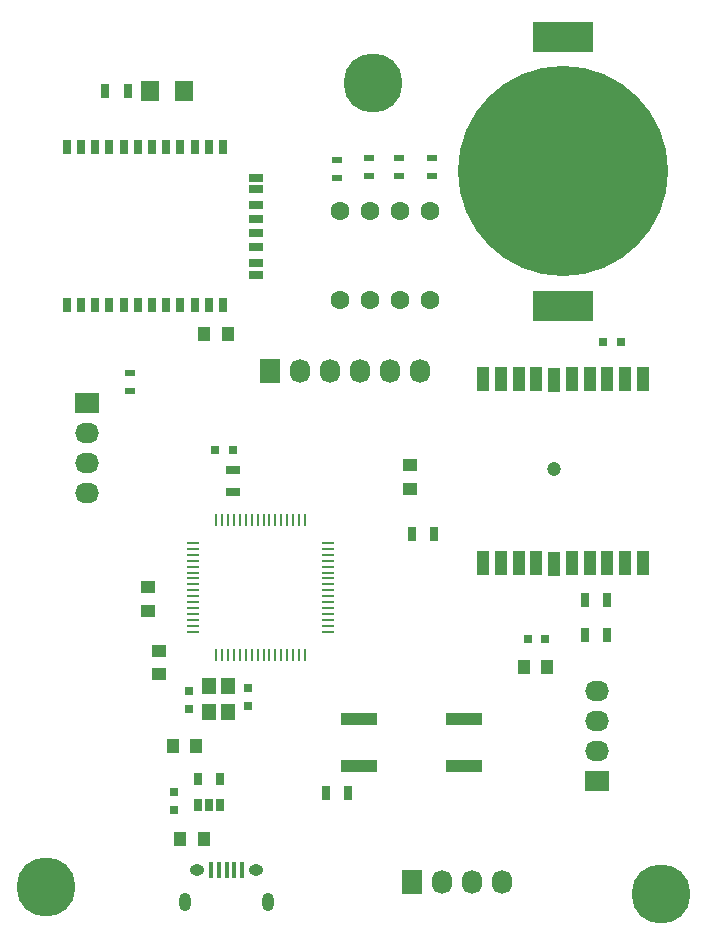
<source format=gbr>
G04 #@! TF.FileFunction,Soldermask,Top*
%FSLAX46Y46*%
G04 Gerber Fmt 4.6, Leading zero omitted, Abs format (unit mm)*
G04 Created by KiCad (PCBNEW (2015-07-31 BZR 6030)-product) date Sat Sep 12 09:45:10 2015*
%MOMM*%
G01*
G04 APERTURE LIST*
%ADD10C,0.100000*%
%ADD11C,5.000000*%
%ADD12R,5.100000X2.500000*%
%ADD13C,17.800000*%
%ADD14R,1.000000X1.250000*%
%ADD15R,0.750000X0.800000*%
%ADD16R,1.250000X1.000000*%
%ADD17R,0.800000X0.750000*%
%ADD18R,0.400000X1.350000*%
%ADD19O,1.250000X0.950000*%
%ADD20O,1.000000X1.550000*%
%ADD21R,1.597660X1.800860*%
%ADD22R,1.727200X2.032000*%
%ADD23O,1.727200X2.032000*%
%ADD24R,2.032000X1.727200*%
%ADD25O,2.032000X1.727200*%
%ADD26R,1.300000X0.700000*%
%ADD27R,0.900000X0.500000*%
%ADD28R,0.700000X1.300000*%
%ADD29C,1.600000*%
%ADD30R,3.100000X1.000000*%
%ADD31R,0.650000X1.060000*%
%ADD32R,0.250000X1.000000*%
%ADD33R,1.000000X0.250000*%
%ADD34R,1.300000X0.800000*%
%ADD35R,0.800000X1.300000*%
%ADD36R,1.000000X2.000000*%
%ADD37C,1.200000*%
%ADD38R,1.200000X1.400000*%
G04 APERTURE END LIST*
D10*
D11*
X92598200Y-50407400D03*
X116982200Y-119089000D03*
D12*
X108701800Y-46535000D03*
D13*
X108701800Y-57875000D03*
D12*
X108701800Y-69325000D03*
D14*
X78307400Y-114466200D03*
X76307400Y-114466200D03*
D15*
X75732600Y-110465000D03*
X75732600Y-111965000D03*
D16*
X74513400Y-98480200D03*
X74513400Y-100480200D03*
X73599000Y-93095400D03*
X73599000Y-95095400D03*
D15*
X77053400Y-101930600D03*
X77053400Y-103430600D03*
D17*
X80749800Y-81497000D03*
X79249800Y-81497000D03*
D15*
X82031800Y-103176600D03*
X82031800Y-101676600D03*
D14*
X105365000Y-99886600D03*
X107365000Y-99886600D03*
X78339400Y-71692600D03*
X80339400Y-71692600D03*
D17*
X112117400Y-72353000D03*
X113617400Y-72353000D03*
X105716600Y-97499000D03*
X107216600Y-97499000D03*
D18*
X78933000Y-117057000D03*
X79583000Y-117057000D03*
X80233000Y-117057000D03*
X80883000Y-117057000D03*
X81533000Y-117057000D03*
D19*
X77733000Y-117057000D03*
X82733000Y-117057000D03*
D20*
X76733000Y-119757000D03*
X83733000Y-119757000D03*
D16*
X95747800Y-84783000D03*
X95747800Y-82783000D03*
D21*
X76593660Y-51067800D03*
X73753940Y-51067800D03*
D14*
X75647000Y-106592200D03*
X77647000Y-106592200D03*
D22*
X83911400Y-74842200D03*
D23*
X86451400Y-74842200D03*
X88991400Y-74842200D03*
X91531400Y-74842200D03*
X94071400Y-74842200D03*
X96611400Y-74842200D03*
D24*
X68366600Y-77534600D03*
D25*
X68366600Y-80074600D03*
X68366600Y-82614600D03*
X68366600Y-85154600D03*
D24*
X111597400Y-109487800D03*
D25*
X111597400Y-106947800D03*
X111597400Y-104407800D03*
X111597400Y-101867800D03*
D22*
X95951000Y-118073000D03*
D23*
X98491000Y-118073000D03*
X101031000Y-118073000D03*
X103571000Y-118073000D03*
D26*
X80761800Y-85088600D03*
X80761800Y-83188600D03*
D27*
X72024200Y-75006600D03*
X72024200Y-76506600D03*
D28*
X95915400Y-88609000D03*
X97815400Y-88609000D03*
X112445800Y-94197000D03*
X110545800Y-94197000D03*
X112445800Y-97143400D03*
X110545800Y-97143400D03*
D27*
X97576600Y-56820200D03*
X97576600Y-58320200D03*
X94782600Y-56820200D03*
X94782600Y-58320200D03*
X92242600Y-56820200D03*
X92242600Y-58320200D03*
X89601000Y-56972600D03*
X89601000Y-58472600D03*
D28*
X71856600Y-51067800D03*
X69956600Y-51067800D03*
X88600200Y-110554600D03*
X90500200Y-110554600D03*
D29*
X89855000Y-61237800D03*
X89855000Y-68837800D03*
X92395000Y-61237800D03*
X92395000Y-68837800D03*
X94935000Y-61237800D03*
X94935000Y-68837800D03*
X97475000Y-61237800D03*
X97475000Y-68837800D03*
D30*
X91399400Y-104287400D03*
X91399400Y-108287400D03*
X100299400Y-104287400D03*
X100299400Y-108287400D03*
D31*
X77779800Y-111553000D03*
X78729800Y-111553000D03*
X79679800Y-111553000D03*
X79679800Y-109353000D03*
X77779800Y-109353000D03*
D32*
X86848600Y-87430200D03*
X86348600Y-87430200D03*
X85848600Y-87430200D03*
X85348600Y-87430200D03*
X84848600Y-87430200D03*
X84348600Y-87430200D03*
X83848600Y-87430200D03*
X83348600Y-87430200D03*
X82848600Y-87430200D03*
X82348600Y-87430200D03*
X81848600Y-87430200D03*
X81348600Y-87430200D03*
X80848600Y-87430200D03*
X80348600Y-87430200D03*
X79848600Y-87430200D03*
X79348600Y-87430200D03*
D33*
X77398600Y-89380200D03*
X77398600Y-89880200D03*
X77398600Y-90380200D03*
X77398600Y-90880200D03*
X77398600Y-91380200D03*
X77398600Y-91880200D03*
X77398600Y-92380200D03*
X77398600Y-92880200D03*
X77398600Y-93380200D03*
X77398600Y-93880200D03*
X77398600Y-94380200D03*
X77398600Y-94880200D03*
X77398600Y-95380200D03*
X77398600Y-95880200D03*
X77398600Y-96380200D03*
X77398600Y-96880200D03*
D32*
X79348600Y-98830200D03*
X79848600Y-98830200D03*
X80348600Y-98830200D03*
X80848600Y-98830200D03*
X81348600Y-98830200D03*
X81848600Y-98830200D03*
X82348600Y-98830200D03*
X82848600Y-98830200D03*
X83348600Y-98830200D03*
X83848600Y-98830200D03*
X84348600Y-98830200D03*
X84848600Y-98830200D03*
X85348600Y-98830200D03*
X85848600Y-98830200D03*
X86348600Y-98830200D03*
X86848600Y-98830200D03*
D33*
X88798600Y-96880200D03*
X88798600Y-96380200D03*
X88798600Y-95880200D03*
X88798600Y-95380200D03*
X88798600Y-94880200D03*
X88798600Y-94380200D03*
X88798600Y-93880200D03*
X88798600Y-93380200D03*
X88798600Y-92880200D03*
X88798600Y-92380200D03*
X88798600Y-91880200D03*
X88798600Y-91380200D03*
X88798600Y-90880200D03*
X88798600Y-90380200D03*
X88798600Y-89880200D03*
X88798600Y-89380200D03*
D34*
X82707440Y-58444040D03*
X82707440Y-59444040D03*
X82707440Y-60744040D03*
X82707440Y-61944040D03*
X82707440Y-63144040D03*
X82707440Y-64344040D03*
X82707440Y-65644040D03*
D35*
X79907440Y-55844040D03*
X78707440Y-55844040D03*
X77507440Y-55844040D03*
X76307440Y-55844040D03*
X75107440Y-55844040D03*
X73907440Y-55844040D03*
X72707440Y-55844040D03*
X71507440Y-55844040D03*
X69107440Y-55844040D03*
X70307440Y-55844040D03*
X67907440Y-55844040D03*
X66707440Y-55844040D03*
X66707440Y-69244040D03*
X67907440Y-69244040D03*
X70307440Y-69244040D03*
X69107440Y-69244040D03*
X71507440Y-69244040D03*
X72707440Y-69244040D03*
X73907440Y-69244040D03*
X75107440Y-69244040D03*
X76307440Y-69244040D03*
X77507440Y-69244040D03*
X78707440Y-69244040D03*
X79907440Y-69244040D03*
D34*
X82707440Y-66644040D03*
D36*
X104951800Y-75475000D03*
X112451800Y-75475000D03*
X109451800Y-75475000D03*
X110951800Y-75475000D03*
X107951800Y-75575000D03*
X115451800Y-75475000D03*
X106451800Y-75475000D03*
X103451800Y-75475000D03*
X113951800Y-75475000D03*
X101951800Y-75475000D03*
X101951800Y-91075000D03*
X113951800Y-91075000D03*
X103451800Y-91075000D03*
X106451800Y-91075000D03*
X115451800Y-91075000D03*
X107951800Y-91175000D03*
X110951800Y-91075000D03*
X109451800Y-91075000D03*
X112451800Y-91075000D03*
X104951800Y-91075000D03*
D37*
X107901800Y-83075000D03*
D38*
X80342600Y-103679000D03*
X80342600Y-101479000D03*
X78742600Y-103679000D03*
X78742600Y-101479000D03*
D11*
X64963000Y-118479400D03*
M02*

</source>
